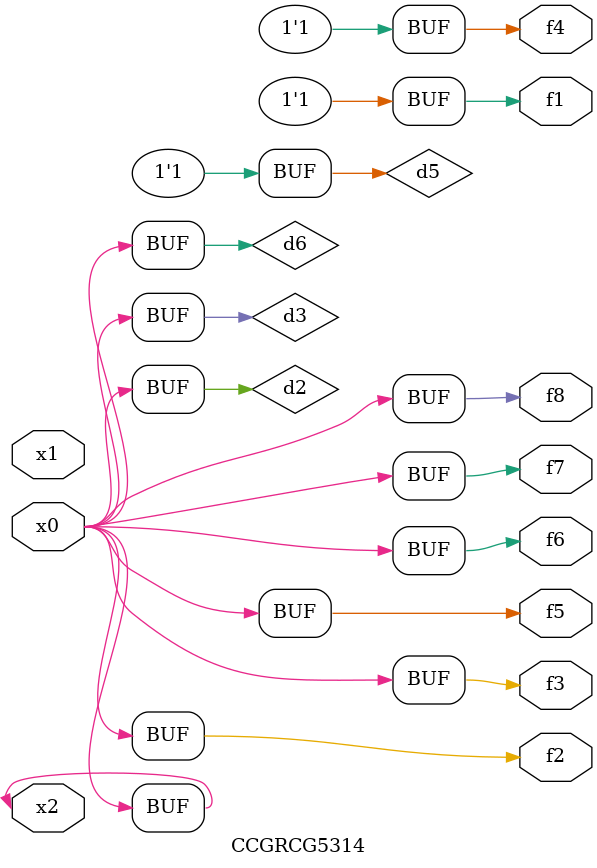
<source format=v>
module CCGRCG5314(
	input x0, x1, x2,
	output f1, f2, f3, f4, f5, f6, f7, f8
);

	wire d1, d2, d3, d4, d5, d6;

	xnor (d1, x2);
	buf (d2, x0, x2);
	and (d3, x0);
	xnor (d4, x1, x2);
	nand (d5, d1, d3);
	buf (d6, d2, d3);
	assign f1 = d5;
	assign f2 = d6;
	assign f3 = d6;
	assign f4 = d5;
	assign f5 = d6;
	assign f6 = d6;
	assign f7 = d6;
	assign f8 = d6;
endmodule

</source>
